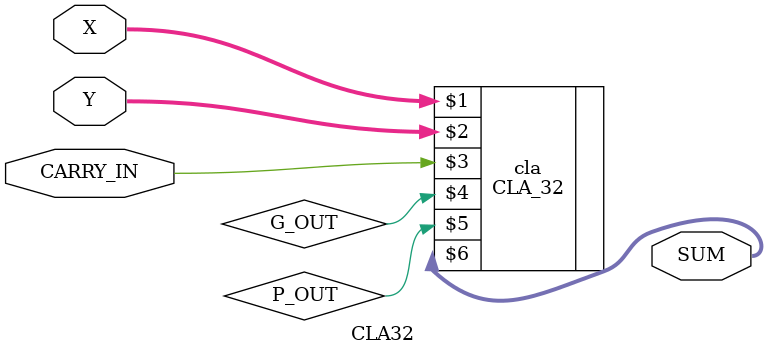
<source format=v>
`timescale 1ns / 1ps
module CLA32(
    input [31:0] X,
    input [31:0] Y,
    input CARRY_IN,

    output [31:0] SUM
    );
    wire G_OUT, P_OUT;
    CLA_32 cla (X, Y, CARRY_IN, G_OUT, P_OUT, SUM); 
endmodule

</source>
